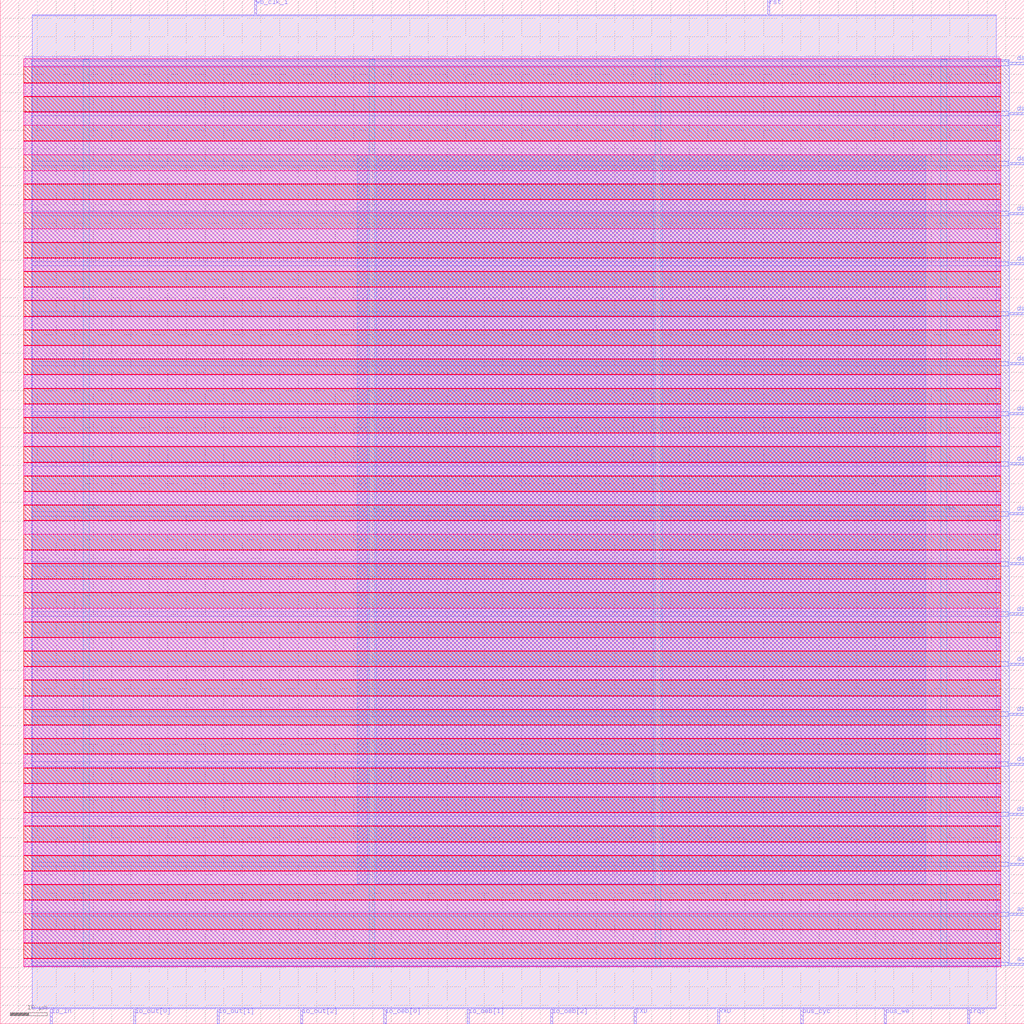
<source format=lef>
VERSION 5.7 ;
  NOWIREEXTENSIONATPIN ON ;
  DIVIDERCHAR "/" ;
  BUSBITCHARS "[]" ;
MACRO serial_ports
  CLASS BLOCK ;
  FOREIGN serial_ports ;
  ORIGIN 0.000 0.000 ;
  SIZE 275.000 BY 275.000 ;
  PIN RXD
    DIRECTION INPUT ;
    USE SIGNAL ;
    ANTENNAGATEAREA 0.726000 ;
    ANTENNADIFFAREA 0.410400 ;
    PORT
      LAYER Metal2 ;
        RECT 192.640 0.000 193.200 4.000 ;
    END
  END RXD
  PIN TXD
    DIRECTION OUTPUT TRISTATE ;
    USE SIGNAL ;
    ANTENNADIFFAREA 4.731200 ;
    PORT
      LAYER Metal2 ;
        RECT 170.240 0.000 170.800 4.000 ;
    END
  END TXD
  PIN addr[0]
    DIRECTION INPUT ;
    USE SIGNAL ;
    ANTENNAGATEAREA 0.726000 ;
    ANTENNADIFFAREA 0.410400 ;
    PORT
      LAYER Metal3 ;
        RECT 271.000 15.680 275.000 16.240 ;
    END
  END addr[0]
  PIN addr[1]
    DIRECTION INPUT ;
    USE SIGNAL ;
    ANTENNAGATEAREA 0.726000 ;
    ANTENNADIFFAREA 0.410400 ;
    PORT
      LAYER Metal3 ;
        RECT 271.000 29.120 275.000 29.680 ;
    END
  END addr[1]
  PIN addr[2]
    DIRECTION INPUT ;
    USE SIGNAL ;
    ANTENNAGATEAREA 0.498500 ;
    ANTENNADIFFAREA 0.410400 ;
    PORT
      LAYER Metal3 ;
        RECT 271.000 42.560 275.000 43.120 ;
    END
  END addr[2]
  PIN bus_cyc
    DIRECTION INPUT ;
    USE SIGNAL ;
    ANTENNAGATEAREA 0.498500 ;
    ANTENNADIFFAREA 0.410400 ;
    PORT
      LAYER Metal2 ;
        RECT 215.040 0.000 215.600 4.000 ;
    END
  END bus_cyc
  PIN bus_we
    DIRECTION INPUT ;
    USE SIGNAL ;
    ANTENNAGATEAREA 0.498500 ;
    ANTENNADIFFAREA 0.410400 ;
    PORT
      LAYER Metal2 ;
        RECT 237.440 0.000 238.000 4.000 ;
    END
  END bus_we
  PIN data_in[0]
    DIRECTION INPUT ;
    USE SIGNAL ;
    ANTENNAGATEAREA 0.741000 ;
    ANTENNADIFFAREA 0.410400 ;
    PORT
      LAYER Metal3 ;
        RECT 271.000 56.000 275.000 56.560 ;
    END
  END data_in[0]
  PIN data_in[1]
    DIRECTION INPUT ;
    USE SIGNAL ;
    ANTENNAGATEAREA 0.726000 ;
    ANTENNADIFFAREA 0.410400 ;
    PORT
      LAYER Metal3 ;
        RECT 271.000 69.440 275.000 70.000 ;
    END
  END data_in[1]
  PIN data_in[2]
    DIRECTION INPUT ;
    USE SIGNAL ;
    ANTENNAGATEAREA 0.741000 ;
    ANTENNADIFFAREA 0.410400 ;
    PORT
      LAYER Metal3 ;
        RECT 271.000 82.880 275.000 83.440 ;
    END
  END data_in[2]
  PIN data_in[3]
    DIRECTION INPUT ;
    USE SIGNAL ;
    ANTENNAGATEAREA 0.741000 ;
    ANTENNADIFFAREA 0.410400 ;
    PORT
      LAYER Metal3 ;
        RECT 271.000 96.320 275.000 96.880 ;
    END
  END data_in[3]
  PIN data_in[4]
    DIRECTION INPUT ;
    USE SIGNAL ;
    ANTENNAGATEAREA 0.741000 ;
    ANTENNADIFFAREA 0.410400 ;
    PORT
      LAYER Metal3 ;
        RECT 271.000 109.760 275.000 110.320 ;
    END
  END data_in[4]
  PIN data_in[5]
    DIRECTION INPUT ;
    USE SIGNAL ;
    ANTENNAGATEAREA 0.741000 ;
    ANTENNADIFFAREA 0.410400 ;
    PORT
      LAYER Metal3 ;
        RECT 271.000 123.200 275.000 123.760 ;
    END
  END data_in[5]
  PIN data_in[6]
    DIRECTION INPUT ;
    USE SIGNAL ;
    ANTENNAGATEAREA 0.741000 ;
    ANTENNADIFFAREA 0.410400 ;
    PORT
      LAYER Metal3 ;
        RECT 271.000 136.640 275.000 137.200 ;
    END
  END data_in[6]
  PIN data_in[7]
    DIRECTION INPUT ;
    USE SIGNAL ;
    ANTENNAGATEAREA 0.741000 ;
    ANTENNADIFFAREA 0.410400 ;
    PORT
      LAYER Metal3 ;
        RECT 271.000 150.080 275.000 150.640 ;
    END
  END data_in[7]
  PIN data_out[0]
    DIRECTION OUTPUT TRISTATE ;
    USE SIGNAL ;
    ANTENNADIFFAREA 4.731200 ;
    PORT
      LAYER Metal3 ;
        RECT 271.000 163.520 275.000 164.080 ;
    END
  END data_out[0]
  PIN data_out[1]
    DIRECTION OUTPUT TRISTATE ;
    USE SIGNAL ;
    ANTENNADIFFAREA 4.731200 ;
    PORT
      LAYER Metal3 ;
        RECT 271.000 176.960 275.000 177.520 ;
    END
  END data_out[1]
  PIN data_out[2]
    DIRECTION OUTPUT TRISTATE ;
    USE SIGNAL ;
    ANTENNADIFFAREA 4.731200 ;
    PORT
      LAYER Metal3 ;
        RECT 271.000 190.400 275.000 190.960 ;
    END
  END data_out[2]
  PIN data_out[3]
    DIRECTION OUTPUT TRISTATE ;
    USE SIGNAL ;
    ANTENNADIFFAREA 4.731200 ;
    PORT
      LAYER Metal3 ;
        RECT 271.000 203.840 275.000 204.400 ;
    END
  END data_out[3]
  PIN data_out[4]
    DIRECTION OUTPUT TRISTATE ;
    USE SIGNAL ;
    ANTENNADIFFAREA 4.731200 ;
    PORT
      LAYER Metal3 ;
        RECT 271.000 217.280 275.000 217.840 ;
    END
  END data_out[4]
  PIN data_out[5]
    DIRECTION OUTPUT TRISTATE ;
    USE SIGNAL ;
    ANTENNADIFFAREA 4.731200 ;
    PORT
      LAYER Metal3 ;
        RECT 271.000 230.720 275.000 231.280 ;
    END
  END data_out[5]
  PIN data_out[6]
    DIRECTION OUTPUT TRISTATE ;
    USE SIGNAL ;
    ANTENNADIFFAREA 4.731200 ;
    PORT
      LAYER Metal3 ;
        RECT 271.000 244.160 275.000 244.720 ;
    END
  END data_out[6]
  PIN data_out[7]
    DIRECTION OUTPUT TRISTATE ;
    USE SIGNAL ;
    ANTENNADIFFAREA 4.731200 ;
    PORT
      LAYER Metal3 ;
        RECT 271.000 257.600 275.000 258.160 ;
    END
  END data_out[7]
  PIN io_in
    DIRECTION INPUT ;
    USE SIGNAL ;
    ANTENNAGATEAREA 0.741000 ;
    ANTENNADIFFAREA 0.410400 ;
    PORT
      LAYER Metal2 ;
        RECT 13.440 0.000 14.000 4.000 ;
    END
  END io_in
  PIN io_oeb[0]
    DIRECTION OUTPUT TRISTATE ;
    USE SIGNAL ;
    ANTENNADIFFAREA 0.360800 ;
    PORT
      LAYER Metal2 ;
        RECT 103.040 0.000 103.600 4.000 ;
    END
  END io_oeb[0]
  PIN io_oeb[1]
    DIRECTION OUTPUT TRISTATE ;
    USE SIGNAL ;
    ANTENNADIFFAREA 0.360800 ;
    PORT
      LAYER Metal2 ;
        RECT 125.440 0.000 126.000 4.000 ;
    END
  END io_oeb[1]
  PIN io_oeb[2]
    DIRECTION OUTPUT TRISTATE ;
    USE SIGNAL ;
    ANTENNADIFFAREA 0.536800 ;
    PORT
      LAYER Metal2 ;
        RECT 147.840 0.000 148.400 4.000 ;
    END
  END io_oeb[2]
  PIN io_out[0]
    DIRECTION OUTPUT TRISTATE ;
    USE SIGNAL ;
    ANTENNADIFFAREA 4.731200 ;
    PORT
      LAYER Metal2 ;
        RECT 35.840 0.000 36.400 4.000 ;
    END
  END io_out[0]
  PIN io_out[1]
    DIRECTION OUTPUT TRISTATE ;
    USE SIGNAL ;
    ANTENNADIFFAREA 4.731200 ;
    PORT
      LAYER Metal2 ;
        RECT 58.240 0.000 58.800 4.000 ;
    END
  END io_out[1]
  PIN io_out[2]
    DIRECTION OUTPUT TRISTATE ;
    USE SIGNAL ;
    ANTENNADIFFAREA 0.360800 ;
    PORT
      LAYER Metal2 ;
        RECT 80.640 0.000 81.200 4.000 ;
    END
  END io_out[2]
  PIN irq3
    DIRECTION OUTPUT TRISTATE ;
    USE SIGNAL ;
    ANTENNADIFFAREA 4.731200 ;
    PORT
      LAYER Metal2 ;
        RECT 259.840 0.000 260.400 4.000 ;
    END
  END irq3
  PIN rst
    DIRECTION INPUT ;
    USE SIGNAL ;
    ANTENNAGATEAREA 0.726000 ;
    ANTENNADIFFAREA 0.410400 ;
    PORT
      LAYER Metal2 ;
        RECT 206.080 271.000 206.640 275.000 ;
    END
  END rst
  PIN vdd
    DIRECTION INOUT ;
    USE POWER ;
    PORT
      LAYER Metal4 ;
        RECT 22.240 15.380 23.840 259.020 ;
    END
    PORT
      LAYER Metal4 ;
        RECT 175.840 15.380 177.440 259.020 ;
    END
  END vdd
  PIN vss
    DIRECTION INOUT ;
    USE GROUND ;
    PORT
      LAYER Metal4 ;
        RECT 99.040 15.380 100.640 259.020 ;
    END
    PORT
      LAYER Metal4 ;
        RECT 252.640 15.380 254.240 259.020 ;
    END
  END vss
  PIN wb_clk_i
    DIRECTION INPUT ;
    USE SIGNAL ;
    ANTENNAGATEAREA 4.738000 ;
    ANTENNADIFFAREA 0.410400 ;
    PORT
      LAYER Metal2 ;
        RECT 68.320 271.000 68.880 275.000 ;
    END
  END wb_clk_i
  OBS
      LAYER Pwell ;
        RECT 6.290 256.960 268.670 259.150 ;
      LAYER Nwell ;
        RECT 6.290 252.765 268.670 256.960 ;
        RECT 6.290 252.640 88.865 252.765 ;
      LAYER Pwell ;
        RECT 6.290 249.120 268.670 252.640 ;
      LAYER Nwell ;
        RECT 6.290 248.995 155.720 249.120 ;
        RECT 6.290 244.925 268.670 248.995 ;
        RECT 6.290 244.800 84.385 244.925 ;
      LAYER Pwell ;
        RECT 6.290 241.280 268.670 244.800 ;
      LAYER Nwell ;
        RECT 6.290 237.085 268.670 241.280 ;
        RECT 6.290 236.960 52.465 237.085 ;
      LAYER Pwell ;
        RECT 6.290 233.440 268.670 236.960 ;
      LAYER Nwell ;
        RECT 6.290 233.315 149.000 233.440 ;
        RECT 6.290 229.120 268.670 233.315 ;
      LAYER Pwell ;
        RECT 6.290 225.600 268.670 229.120 ;
      LAYER Nwell ;
        RECT 6.290 225.475 131.985 225.600 ;
        RECT 6.290 221.405 268.670 225.475 ;
        RECT 6.290 221.280 37.905 221.405 ;
      LAYER Pwell ;
        RECT 6.290 217.760 268.670 221.280 ;
      LAYER Nwell ;
        RECT 6.290 213.565 268.670 217.760 ;
        RECT 6.290 213.440 77.665 213.565 ;
      LAYER Pwell ;
        RECT 6.290 209.920 268.670 213.440 ;
      LAYER Nwell ;
        RECT 6.290 209.795 135.345 209.920 ;
        RECT 6.290 205.725 268.670 209.795 ;
        RECT 6.290 205.600 40.705 205.725 ;
      LAYER Pwell ;
        RECT 6.290 202.080 268.670 205.600 ;
      LAYER Nwell ;
        RECT 6.290 201.955 113.830 202.080 ;
        RECT 6.290 197.885 268.670 201.955 ;
        RECT 6.290 197.760 32.305 197.885 ;
      LAYER Pwell ;
        RECT 6.290 194.240 268.670 197.760 ;
      LAYER Nwell ;
        RECT 6.290 194.115 64.225 194.240 ;
        RECT 6.290 190.045 268.670 194.115 ;
        RECT 6.290 189.920 168.945 190.045 ;
      LAYER Pwell ;
        RECT 6.290 186.400 268.670 189.920 ;
      LAYER Nwell ;
        RECT 6.290 186.275 12.705 186.400 ;
        RECT 6.290 182.205 268.670 186.275 ;
        RECT 6.290 182.080 236.705 182.205 ;
      LAYER Pwell ;
        RECT 6.290 178.560 268.670 182.080 ;
      LAYER Nwell ;
        RECT 6.290 178.435 180.705 178.560 ;
        RECT 6.290 174.365 268.670 178.435 ;
        RECT 6.290 174.240 12.705 174.365 ;
      LAYER Pwell ;
        RECT 6.290 170.720 268.670 174.240 ;
      LAYER Nwell ;
        RECT 6.290 170.595 108.465 170.720 ;
        RECT 6.290 166.525 268.670 170.595 ;
        RECT 6.290 166.400 133.880 166.525 ;
      LAYER Pwell ;
        RECT 6.290 162.880 268.670 166.400 ;
      LAYER Nwell ;
        RECT 6.290 162.755 12.705 162.880 ;
        RECT 6.290 158.685 268.670 162.755 ;
        RECT 6.290 158.560 53.025 158.685 ;
      LAYER Pwell ;
        RECT 6.290 155.040 268.670 158.560 ;
      LAYER Nwell ;
        RECT 6.290 154.915 81.350 155.040 ;
        RECT 6.290 150.845 268.670 154.915 ;
        RECT 6.290 150.720 12.705 150.845 ;
      LAYER Pwell ;
        RECT 6.290 147.200 268.670 150.720 ;
      LAYER Nwell ;
        RECT 6.290 147.075 70.945 147.200 ;
        RECT 6.290 143.005 268.670 147.075 ;
        RECT 6.290 142.880 161.105 143.005 ;
      LAYER Pwell ;
        RECT 6.290 139.360 268.670 142.880 ;
      LAYER Nwell ;
        RECT 6.290 139.235 12.705 139.360 ;
        RECT 6.290 135.165 268.670 139.235 ;
        RECT 6.290 135.040 71.505 135.165 ;
      LAYER Pwell ;
        RECT 6.290 131.520 268.670 135.040 ;
      LAYER Nwell ;
        RECT 6.290 131.395 143.960 131.520 ;
        RECT 6.290 127.325 268.670 131.395 ;
        RECT 6.290 127.200 159.985 127.325 ;
      LAYER Pwell ;
        RECT 6.290 123.680 268.670 127.200 ;
      LAYER Nwell ;
        RECT 6.290 123.555 12.705 123.680 ;
        RECT 6.290 119.485 268.670 123.555 ;
        RECT 6.290 119.360 73.745 119.485 ;
      LAYER Pwell ;
        RECT 6.290 115.840 268.670 119.360 ;
      LAYER Nwell ;
        RECT 6.290 115.715 261.000 115.840 ;
        RECT 6.290 111.645 268.670 115.715 ;
        RECT 6.290 111.520 12.705 111.645 ;
      LAYER Pwell ;
        RECT 6.290 108.000 268.670 111.520 ;
      LAYER Nwell ;
        RECT 6.290 107.875 71.505 108.000 ;
        RECT 6.290 103.805 268.670 107.875 ;
        RECT 6.290 103.680 54.145 103.805 ;
      LAYER Pwell ;
        RECT 6.290 100.160 268.670 103.680 ;
      LAYER Nwell ;
        RECT 6.290 100.035 91.105 100.160 ;
        RECT 6.290 95.965 268.670 100.035 ;
        RECT 6.290 95.840 12.705 95.965 ;
      LAYER Pwell ;
        RECT 6.290 92.320 268.670 95.840 ;
      LAYER Nwell ;
        RECT 6.290 92.195 31.275 92.320 ;
        RECT 6.290 88.125 268.670 92.195 ;
        RECT 6.290 88.000 93.345 88.125 ;
      LAYER Pwell ;
        RECT 6.290 84.480 268.670 88.000 ;
      LAYER Nwell ;
        RECT 6.290 84.355 12.705 84.480 ;
        RECT 6.290 80.285 268.670 84.355 ;
        RECT 6.290 80.160 51.905 80.285 ;
      LAYER Pwell ;
        RECT 6.290 76.640 268.670 80.160 ;
      LAYER Nwell ;
        RECT 6.290 76.515 97.825 76.640 ;
        RECT 6.290 72.445 268.670 76.515 ;
        RECT 6.290 72.320 200.070 72.445 ;
      LAYER Pwell ;
        RECT 6.290 68.800 268.670 72.320 ;
      LAYER Nwell ;
        RECT 6.290 68.675 12.705 68.800 ;
        RECT 6.290 64.605 268.670 68.675 ;
        RECT 6.290 64.480 157.745 64.605 ;
      LAYER Pwell ;
        RECT 6.290 60.960 268.670 64.480 ;
      LAYER Nwell ;
        RECT 6.290 60.835 255.745 60.960 ;
        RECT 6.290 56.765 268.670 60.835 ;
        RECT 6.290 56.640 12.705 56.765 ;
      LAYER Pwell ;
        RECT 6.290 53.120 268.670 56.640 ;
      LAYER Nwell ;
        RECT 6.290 52.995 103.985 53.120 ;
        RECT 6.290 48.925 268.670 52.995 ;
        RECT 6.290 48.800 20.200 48.925 ;
      LAYER Pwell ;
        RECT 6.290 45.280 268.670 48.800 ;
      LAYER Nwell ;
        RECT 6.290 45.155 227.280 45.280 ;
        RECT 6.290 41.085 268.670 45.155 ;
        RECT 6.290 40.960 40.705 41.085 ;
      LAYER Pwell ;
        RECT 6.290 37.440 268.670 40.960 ;
      LAYER Nwell ;
        RECT 6.290 37.315 30.625 37.440 ;
        RECT 6.290 33.245 268.670 37.315 ;
        RECT 6.290 33.120 71.505 33.245 ;
      LAYER Pwell ;
        RECT 6.290 29.600 268.670 33.120 ;
      LAYER Nwell ;
        RECT 6.290 29.475 173.985 29.600 ;
        RECT 6.290 25.405 268.670 29.475 ;
        RECT 6.290 25.280 48.545 25.405 ;
      LAYER Pwell ;
        RECT 6.290 21.760 268.670 25.280 ;
      LAYER Nwell ;
        RECT 6.290 21.635 104.545 21.760 ;
        RECT 6.290 17.565 268.670 21.635 ;
        RECT 6.290 17.440 126.945 17.565 ;
      LAYER Pwell ;
        RECT 6.290 15.250 268.670 17.440 ;
      LAYER Metal1 ;
        RECT 6.720 15.380 268.240 259.690 ;
      LAYER Metal2 ;
        RECT 8.540 270.700 68.020 271.000 ;
        RECT 69.180 270.700 205.780 271.000 ;
        RECT 206.940 270.700 267.540 271.000 ;
        RECT 8.540 4.300 267.540 270.700 ;
        RECT 8.540 4.000 13.140 4.300 ;
        RECT 14.300 4.000 35.540 4.300 ;
        RECT 36.700 4.000 57.940 4.300 ;
        RECT 59.100 4.000 80.340 4.300 ;
        RECT 81.500 4.000 102.740 4.300 ;
        RECT 103.900 4.000 125.140 4.300 ;
        RECT 126.300 4.000 147.540 4.300 ;
        RECT 148.700 4.000 169.940 4.300 ;
        RECT 171.100 4.000 192.340 4.300 ;
        RECT 193.500 4.000 214.740 4.300 ;
        RECT 215.900 4.000 237.140 4.300 ;
        RECT 238.300 4.000 259.540 4.300 ;
        RECT 260.700 4.000 267.540 4.300 ;
      LAYER Metal3 ;
        RECT 8.490 258.460 271.000 258.860 ;
        RECT 8.490 257.300 270.700 258.460 ;
        RECT 8.490 245.020 271.000 257.300 ;
        RECT 8.490 243.860 270.700 245.020 ;
        RECT 8.490 231.580 271.000 243.860 ;
        RECT 8.490 230.420 270.700 231.580 ;
        RECT 8.490 218.140 271.000 230.420 ;
        RECT 8.490 216.980 270.700 218.140 ;
        RECT 8.490 204.700 271.000 216.980 ;
        RECT 8.490 203.540 270.700 204.700 ;
        RECT 8.490 191.260 271.000 203.540 ;
        RECT 8.490 190.100 270.700 191.260 ;
        RECT 8.490 177.820 271.000 190.100 ;
        RECT 8.490 176.660 270.700 177.820 ;
        RECT 8.490 164.380 271.000 176.660 ;
        RECT 8.490 163.220 270.700 164.380 ;
        RECT 8.490 150.940 271.000 163.220 ;
        RECT 8.490 149.780 270.700 150.940 ;
        RECT 8.490 137.500 271.000 149.780 ;
        RECT 8.490 136.340 270.700 137.500 ;
        RECT 8.490 124.060 271.000 136.340 ;
        RECT 8.490 122.900 270.700 124.060 ;
        RECT 8.490 110.620 271.000 122.900 ;
        RECT 8.490 109.460 270.700 110.620 ;
        RECT 8.490 97.180 271.000 109.460 ;
        RECT 8.490 96.020 270.700 97.180 ;
        RECT 8.490 83.740 271.000 96.020 ;
        RECT 8.490 82.580 270.700 83.740 ;
        RECT 8.490 70.300 271.000 82.580 ;
        RECT 8.490 69.140 270.700 70.300 ;
        RECT 8.490 56.860 271.000 69.140 ;
        RECT 8.490 55.700 270.700 56.860 ;
        RECT 8.490 43.420 271.000 55.700 ;
        RECT 8.490 42.260 270.700 43.420 ;
        RECT 8.490 29.980 271.000 42.260 ;
        RECT 8.490 28.820 270.700 29.980 ;
        RECT 8.490 16.540 271.000 28.820 ;
        RECT 8.490 15.540 270.700 16.540 ;
      LAYER Metal4 ;
        RECT 95.900 37.610 98.740 233.430 ;
        RECT 100.940 37.610 175.540 233.430 ;
        RECT 177.740 37.610 248.500 233.430 ;
  END
END serial_ports
END LIBRARY


</source>
